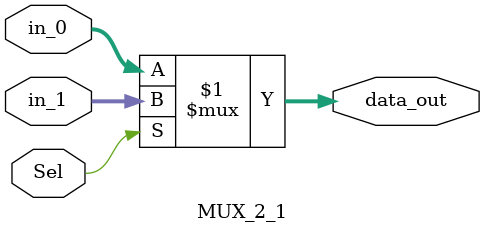
<source format=v>
module MUX_2_1(in_0, in_1, Sel, data_out);
    input Sel;
    input [31:0] in_0, in_1;
    output [31:0] data_out;

    assign data_out = (Sel) ? in_1 : in_0;
endmodule
</source>
